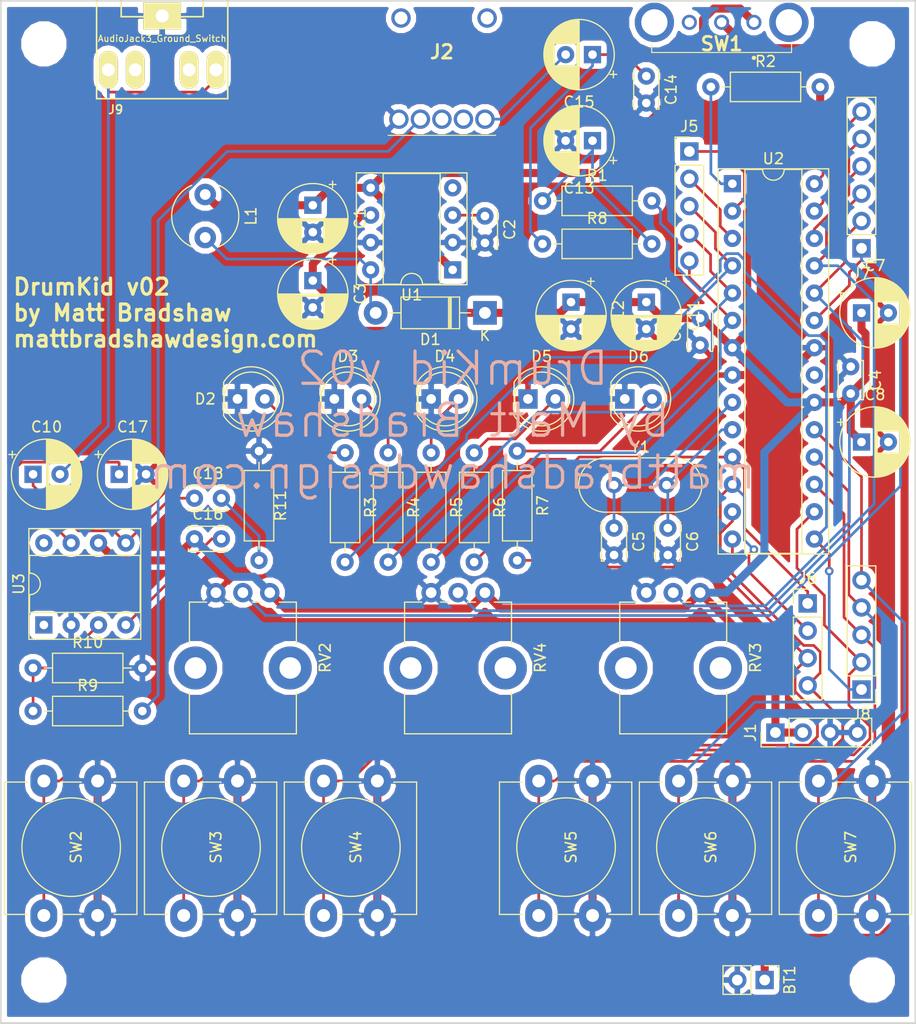
<source format=kicad_pcb>
(kicad_pcb (version 20171130) (host pcbnew "(5.0.1)-3")
  (layers (0 F.Cu signal hide) (31 B.Cu signal hide) (34 B.Paste user) (35 F.Paste user) (36 B.SilkS user) (37 F.SilkS user) (38 B.Mask user) (39 F.Mask user) (44 Edge.Cuts user))
  (net 0 "")
  (net 1 GND)
  (net 2 "Net-(J9-PadRN)")
  (net 3 "Net-(J9-PadTN)")
  (net 4 "Net-(BT1-Pad1)")
  (net 5 "Net-(SW1-Pad3)")
  (net 6 /DIGITAL_9)
  (net 7 +5V)
  (net 8 "Net-(R2-Pad1)")
  (net 9 "Net-(D2-Pad2)")
  (net 10 /DIGITAL_2)
  (net 11 /DIGITAL_3)
  (net 12 "Net-(D3-Pad2)")
  (net 13 "Net-(D4-Pad2)")
  (net 14 /DIGITAL_4)
  (net 15 /DIGITAL_6)
  (net 16 "Net-(D6-Pad2)")
  (net 17 "Net-(D5-Pad2)")
  (net 18 /DIGITAL_5)
  (net 19 /ANALOG_2)
  (net 20 /ANALOG_1)
  (net 21 /ANALOG_0)
  (net 22 /DIGITAL_0)
  (net 23 /DIGITAL_10)
  (net 24 /DIGITAL_1)
  (net 25 /DIGITAL_11)
  (net 26 /DIGITAL_12)
  (net 27 /DIGITAL_13)
  (net 28 "Net-(U2-Pad21)")
  (net 29 "Net-(C5-Pad1)")
  (net 30 "Net-(C6-Pad1)")
  (net 31 /ANALOG_3)
  (net 32 /DIGITAL_7)
  (net 33 /ANALOG_4)
  (net 34 /DIGITAL_8)
  (net 35 /ANALOG_5)
  (net 36 "Net-(C2-Pad1)")
  (net 37 "Net-(U1-Pad4)")
  (net 38 "Net-(D1-Pad2)")
  (net 39 "Net-(C10-Pad2)")
  (net 40 "Net-(U3-Pad1)")
  (net 41 "Net-(C10-Pad1)")
  (net 42 "Net-(U3-Pad8)")
  (net 43 "Net-(R10-Pad1)")
  (net 44 "Net-(C13-Pad1)")
  (net 45 "Net-(C14-Pad1)")
  (net 46 "Net-(C15-Pad2)")
  (net 47 "Net-(C18-Pad2)")
  (net 48 "Net-(C16-Pad2)")
  (net 49 /BAT_ON)
  (net 50 "Net-(C17-Pad1)")
  (net 51 "Net-(J2-Pad1)")
  (net 52 "Net-(J2-Pad2)")
  (net 53 "Net-(J2-Pad3)")
  (module MountingHole:MountingHole_3.2mm_M3 (layer F.Cu) (at 171 126)
    (fp_text reference REF** hide)
    (fp_text value MountingHole_3.2mm_M3)
    (pad 1 np_thru_hole circle (at 0 0) (size 3.2 3.2) (drill 3.2) (layers *.Cu *.Mask))
  )
  (module MountingHole:MountingHole_3.2mm_M3 (layer F.Cu) (at 171 39)
    (fp_text reference REF** hide)
    (fp_text value MountingHole_3.2mm_M3)
    (pad 1 np_thru_hole circle (at 0 0) (size 3.2 3.2) (drill 3.2) (layers *.Cu *.Mask))
  )
  (module MountingHole:MountingHole_3.2mm_M3 (layer F.Cu) (at 94 39)
    (fp_text reference REF** hide)
    (fp_text value MountingHole_3.2mm_M3)
    (pad 1 np_thru_hole circle (at 0 0) (size 3.2 3.2) (drill 3.2) (layers *.Cu *.Mask))
  )
  (module MountingHole:MountingHole_3.2mm_M3 (layer F.Cu) (at 94 126)
    (fp_text reference REF** hide)
    (fp_text value MountingHole_3.2mm_M3)
    (pad 1 np_thru_hole circle (at 0 0) (size 3.2 3.2) (drill 3.2) (layers *.Cu *.Mask))
  )
  (module SamacSys_Parts:RK14J12A0A0K (layer F.Cu) (at 131 46)
    (fp_text reference J2 (at 0 -6.25) (layer F.SilkS) (effects (font (size 1.27 1.27) (thickness 0.254))))
    (fp_text value Conn_01x05 hide)
    (pad 1 thru_hole circle (at 0 0) (size 1.8 1.8) (drill 1.2) (layers *.Cu *.Mask) (net 51 "Net-(J2-Pad1)"))
    (pad 2 thru_hole circle (at 2 0) (size 1.8 1.8) (drill 1.2) (layers *.Cu *.Mask) (net 52 "Net-(J2-Pad2)"))
    (pad 3 thru_hole circle (at -2 0) (size 1.8 1.8) (drill 1.2) (layers *.Cu *.Mask) (net 53 "Net-(J2-Pad3)"))
    (pad 4 thru_hole circle (at 4 0) (size 1.8 1.8) (drill 1.2) (layers *.Cu *.Mask) (net 46 "Net-(C15-Pad2)"))
    (pad 5 thru_hole circle (at -4 0) (size 1.8 1.8) (drill 1.2) (layers *.Cu *.Mask) (net 1 GND))
    (pad MH1 thru_hole circle (at -3.8 -9.4) (size 1.806 1.806) (drill 1.2042) (layers *.Cu *.Mask))
    (pad MH2 thru_hole circle (at 4.2 -9.4) (size 1.806 1.806) (drill 1.2042) (layers *.Cu *.Mask))
  )
  (module Button_Switch_THT:SW_PUSH-12mm_Wuerth-430476085716 (layer F.Cu) (at 166 120 90)
    (fp_text reference SW7 (at 6.35 3 90) (layer F.SilkS))
    (fp_text value SW_Push)
    (pad 1 thru_hole oval (at 12.5 0 90) (size 3 2.5) (drill 1.2) (layers *.Cu *.Mask) (net 27 /DIGITAL_13))
    (pad 2 thru_hole oval (at 12.5 5 90) (size 3 2.5) (drill 1.2) (layers *.Cu *.Mask) (net 1 GND))
    (pad 1 thru_hole oval (at 0 0 90) (size 3 2.5) (drill 1.2) (layers *.Cu *.Mask) (net 27 /DIGITAL_13))
    (pad 2 thru_hole oval (at 0 5 90) (size 3 2.5) (drill 1.2) (layers *.Cu *.Mask) (net 1 GND))
  )
  (module Connector_PinHeader_2.54mm:PinHeader_1x04_P2.54mm_Vertical (layer F.Cu) (at 162 103 90)
    (fp_text reference J1 (at 0 -2.33 90) (layer F.SilkS))
    (fp_text value Conn_01x04_Female)
    (pad 1 thru_hole rect (at 0 0 90) (size 1.7 1.7) (drill 1) (layers *.Cu *.Mask) (net 7 +5V))
    (pad 2 thru_hole oval (at 0 2.54 90) (size 1.7 1.7) (drill 1) (layers *.Cu *.Mask) (net 7 +5V))
    (pad 3 thru_hole oval (at 0 5.08 90) (size 1.7 1.7) (drill 1) (layers *.Cu *.Mask) (net 1 GND))
    (pad 4 thru_hole oval (at 0 7.62 90) (size 1.7 1.7) (drill 1) (layers *.Cu *.Mask) (net 1 GND))
  )
  (module Capacitor_THT:CP_Radial_D6.3mm_P2.50mm (layer F.Cu) (at 145 40 180)
    (fp_text reference C15 (at 1.25 -4.4 180) (layer F.SilkS))
    (fp_text value 10uF)
    (pad 1 thru_hole rect (at 0 0 180) (size 1.6 1.6) (drill 0.8) (layers *.Cu *.Mask) (net 45 "Net-(C14-Pad1)"))
    (pad 2 thru_hole circle (at 2.5 0 180) (size 1.6 1.6) (drill 0.8) (layers *.Cu *.Mask) (net 46 "Net-(C15-Pad2)"))
  )
  (module Capacitor_THT:CP_Radial_D6.3mm_P2.50mm (layer F.Cu) (at 145 48 180)
    (fp_text reference C13 (at 1.25 -4.4 180) (layer F.SilkS))
    (fp_text value 2.2uF)
    (pad 2 thru_hole circle (at 2.5 0 180) (size 1.6 1.6) (drill 0.8) (layers *.Cu *.Mask) (net 1 GND))
    (pad 1 thru_hole rect (at 0 0 180) (size 1.6 1.6) (drill 0.8) (layers *.Cu *.Mask) (net 44 "Net-(C13-Pad1)"))
  )
  (module Capacitor_THT:CP_Radial_D6.3mm_P2.50mm (layer F.Cu) (at 143 63 270)
    (fp_text reference C12 (at 1.25 -4.4 270) (layer F.SilkS))
    (fp_text value CP)
    (pad 1 thru_hole rect (at 0 0 270) (size 1.6 1.6) (drill 0.8) (layers *.Cu *.Mask) (net 7 +5V))
    (pad 2 thru_hole circle (at 2.5 0 270) (size 1.6 1.6) (drill 0.8) (layers *.Cu *.Mask) (net 1 GND))
  )
  (module Capacitor_THT:CP_Radial_D6.3mm_P2.50mm (layer F.Cu) (at 150 63 270)
    (fp_text reference C11 (at 1.25 -4.4 270) (layer F.SilkS))
    (fp_text value CP)
    (pad 2 thru_hole circle (at 2.5 0 270) (size 1.6 1.6) (drill 0.8) (layers *.Cu *.Mask) (net 1 GND))
    (pad 1 thru_hole rect (at 0 0 270) (size 1.6 1.6) (drill 0.8) (layers *.Cu *.Mask) (net 7 +5V))
  )
  (module Capacitor_THT:CP_Radial_D6.3mm_P2.50mm (layer F.Cu) (at 101 79)
    (fp_text reference C17 (at 1.25 -4.4) (layer F.SilkS))
    (fp_text value 10uF)
    (pad 1 thru_hole rect (at 0 0) (size 1.6 1.6) (drill 0.8) (layers *.Cu *.Mask) (net 50 "Net-(C17-Pad1)"))
    (pad 2 thru_hole circle (at 2.5 0) (size 1.6 1.6) (drill 0.8) (layers *.Cu *.Mask) (net 1 GND))
  )
  (module Capacitor_THT:C_Disc_D3.4mm_W2.1mm_P2.50mm (layer F.Cu) (at 108 85)
    (fp_text reference C16 (at 1.25 -2.3) (layer F.SilkS))
    (fp_text value 100nF)
    (pad 1 thru_hole circle (at 0 0) (size 1.6 1.6) (drill 0.8) (layers *.Cu *.Mask) (net 7 +5V))
    (pad 2 thru_hole circle (at 2.5 0) (size 1.6 1.6) (drill 0.8) (layers *.Cu *.Mask) (net 48 "Net-(C16-Pad2)"))
  )
  (module Capacitor_THT:C_Disc_D3.4mm_W2.1mm_P2.50mm (layer F.Cu) (at 108 81.225001)
    (fp_text reference C18 (at 1.25 -2.3) (layer F.SilkS))
    (fp_text value 100nF)
    (pad 2 thru_hole circle (at 2.5 0) (size 1.6 1.6) (drill 0.8) (layers *.Cu *.Mask) (net 47 "Net-(C18-Pad2)"))
    (pad 1 thru_hole circle (at 0 0) (size 1.6 1.6) (drill 0.8) (layers *.Cu *.Mask) (net 41 "Net-(C10-Pad1)"))
  )
  (module Capacitor_THT:C_Disc_D3.4mm_W2.1mm_P2.50mm (layer F.Cu) (at 150 42 270)
    (fp_text reference C14 (at 1.25 -2.3 270) (layer F.SilkS))
    (fp_text value 220nF)
    (pad 1 thru_hole circle (at 0 0 270) (size 1.6 1.6) (drill 0.8) (layers *.Cu *.Mask) (net 45 "Net-(C14-Pad1)"))
    (pad 2 thru_hole circle (at 2.5 0 270) (size 1.6 1.6) (drill 0.8) (layers *.Cu *.Mask) (net 1 GND))
  )
  (module Resistor_THT:R_Axial_DIN0207_L6.3mm_D2.5mm_P10.16mm_Horizontal (layer F.Cu) (at 114 87 90)
    (fp_text reference R11 (at 5.08 2 90) (layer F.SilkS))
    (fp_text value 10)
    (pad 1 thru_hole circle (at 0 0 90) (size 1.6 1.6) (drill 0.8) (layers *.Cu *.Mask) (net 47 "Net-(C18-Pad2)"))
    (pad 2 thru_hole oval (at 10.16 0 90) (size 1.6 1.6) (drill 0.8) (layers *.Cu *.Mask) (net 1 GND))
  )
  (module Capacitor_THT:CP_Radial_D6.3mm_P2.50mm (layer F.Cu) (at 93 79)
    (fp_text reference C10 (at 1.25 -4.4) (layer F.SilkS))
    (fp_text value 220uF)
    (pad 1 thru_hole rect (at 0 0) (size 1.6 1.6) (drill 0.8) (layers *.Cu *.Mask) (net 41 "Net-(C10-Pad1)"))
    (pad 2 thru_hole circle (at 2.5 0) (size 1.6 1.6) (drill 0.8) (layers *.Cu *.Mask) (net 39 "Net-(C10-Pad2)"))
  )
  (module Capacitor_THT:CP_Radial_D6.3mm_P2.50mm (layer F.Cu) (at 170 64)
    (fp_text reference C7 (at 1.25 -4.4) (layer F.SilkS))
    (fp_text value CP)
    (pad 2 thru_hole circle (at 2.5 0) (size 1.6 1.6) (drill 0.8) (layers *.Cu *.Mask) (net 1 GND))
    (pad 1 thru_hole rect (at 0 0) (size 1.6 1.6) (drill 0.8) (layers *.Cu *.Mask) (net 7 +5V))
  )
  (module Capacitor_THT:CP_Radial_D6.3mm_P2.50mm (layer F.Cu) (at 170 76)
    (fp_text reference C8 (at 1.25 -4.4) (layer F.SilkS))
    (fp_text value CP)
    (pad 1 thru_hole rect (at 0 0) (size 1.6 1.6) (drill 0.8) (layers *.Cu *.Mask) (net 7 +5V))
    (pad 2 thru_hole circle (at 2.5 0) (size 1.6 1.6) (drill 0.8) (layers *.Cu *.Mask) (net 1 GND))
  )
  (module Capacitor_THT:C_Disc_D3.4mm_W2.1mm_P2.50mm (layer F.Cu) (at 155 67 90)
    (fp_text reference C9 (at 1.25 -2.3 90) (layer F.SilkS))
    (fp_text value C)
    (pad 1 thru_hole circle (at 0 0 90) (size 1.6 1.6) (drill 0.8) (layers *.Cu *.Mask) (net 1 GND))
    (pad 2 thru_hole circle (at 2.5 0 90) (size 1.6 1.6) (drill 0.8) (layers *.Cu *.Mask) (net 7 +5V))
  )
  (module Package_DIP:DIP-8_W7.62mm_Socket (layer F.Cu) (at 94 93 90)
    (fp_text reference U3 (at 3.81 -2.33 90) (layer F.SilkS))
    (fp_text value LM386)
    (pad 1 thru_hole rect (at 0 0 90) (size 1.6 1.6) (drill 0.8) (layers *.Cu *.Mask) (net 40 "Net-(U3-Pad1)"))
    (pad 5 thru_hole oval (at 7.62 7.62 90) (size 1.6 1.6) (drill 0.8) (layers *.Cu *.Mask) (net 41 "Net-(C10-Pad1)"))
    (pad 2 thru_hole oval (at 0 2.54 90) (size 1.6 1.6) (drill 0.8) (layers *.Cu *.Mask) (net 1 GND))
    (pad 6 thru_hole oval (at 7.62 5.08 90) (size 1.6 1.6) (drill 0.8) (layers *.Cu *.Mask) (net 7 +5V))
    (pad 3 thru_hole oval (at 0 5.08 90) (size 1.6 1.6) (drill 0.8) (layers *.Cu *.Mask) (net 43 "Net-(R10-Pad1)"))
    (pad 7 thru_hole oval (at 7.62 2.54 90) (size 1.6 1.6) (drill 0.8) (layers *.Cu *.Mask) (net 50 "Net-(C17-Pad1)"))
    (pad 4 thru_hole oval (at 0 7.62 90) (size 1.6 1.6) (drill 0.8) (layers *.Cu *.Mask) (net 48 "Net-(C16-Pad2)"))
    (pad 8 thru_hole oval (at 7.62 0 90) (size 1.6 1.6) (drill 0.8) (layers *.Cu *.Mask) (net 42 "Net-(U3-Pad8)"))
  )
  (module Resistor_THT:R_Axial_DIN0207_L6.3mm_D2.5mm_P10.16mm_Horizontal (layer F.Cu) (at 93 97)
    (fp_text reference R10 (at 5.08 -2.37) (layer F.SilkS))
    (fp_text value 1k)
    (pad 1 thru_hole circle (at 0 0) (size 1.6 1.6) (drill 0.8) (layers *.Cu *.Mask) (net 43 "Net-(R10-Pad1)"))
    (pad 2 thru_hole oval (at 10.16 0) (size 1.6 1.6) (drill 0.8) (layers *.Cu *.Mask) (net 1 GND))
  )
  (module Resistor_THT:R_Axial_DIN0207_L6.3mm_D2.5mm_P10.16mm_Horizontal (layer F.Cu) (at 140.351849 57.589377)
    (fp_text reference R8 (at 5.08 -2.37) (layer F.SilkS))
    (fp_text value 470)
    (pad 2 thru_hole oval (at 10.16 0) (size 1.6 1.6) (drill 0.8) (layers *.Cu *.Mask) (net 44 "Net-(C13-Pad1)"))
    (pad 1 thru_hole circle (at 0 0) (size 1.6 1.6) (drill 0.8) (layers *.Cu *.Mask) (net 45 "Net-(C14-Pad1)"))
  )
  (module Resistor_THT:R_Axial_DIN0207_L6.3mm_D2.5mm_P10.16mm_Horizontal (layer F.Cu) (at 93 101)
    (fp_text reference R9 (at 5.08 -2.37) (layer F.SilkS))
    (fp_text value 10k)
    (pad 1 thru_hole circle (at 0 0) (size 1.6 1.6) (drill 0.8) (layers *.Cu *.Mask) (net 43 "Net-(R10-Pad1)"))
    (pad 2 thru_hole oval (at 10.16 0) (size 1.6 1.6) (drill 0.8) (layers *.Cu *.Mask) (net 53 "Net-(J2-Pad3)"))
  )
  (module Package_DIP:DIP-28_W7.62mm_Socket (layer F.Cu) (at 158 52)
    (fp_text reference U2 (at 3.81 -2.33) (layer F.SilkS))
    (fp_text value ATmega328P-PU)
    (pad 1 thru_hole rect (at 0 0) (size 1.6 1.6) (drill 0.8) (layers *.Cu *.Mask) (net 8 "Net-(R2-Pad1)"))
    (pad 15 thru_hole oval (at 7.62 33.02) (size 1.6 1.6) (drill 0.8) (layers *.Cu *.Mask) (net 6 /DIGITAL_9))
    (pad 2 thru_hole oval (at 0 2.54) (size 1.6 1.6) (drill 0.8) (layers *.Cu *.Mask) (net 22 /DIGITAL_0))
    (pad 16 thru_hole oval (at 7.62 30.48) (size 1.6 1.6) (drill 0.8) (layers *.Cu *.Mask) (net 23 /DIGITAL_10))
    (pad 3 thru_hole oval (at 0 5.08) (size 1.6 1.6) (drill 0.8) (layers *.Cu *.Mask) (net 24 /DIGITAL_1))
    (pad 17 thru_hole oval (at 7.62 27.94) (size 1.6 1.6) (drill 0.8) (layers *.Cu *.Mask) (net 25 /DIGITAL_11))
    (pad 4 thru_hole oval (at 0 7.62) (size 1.6 1.6) (drill 0.8) (layers *.Cu *.Mask) (net 10 /DIGITAL_2))
    (pad 18 thru_hole oval (at 7.62 25.4) (size 1.6 1.6) (drill 0.8) (layers *.Cu *.Mask) (net 26 /DIGITAL_12))
    (pad 5 thru_hole oval (at 0 10.16) (size 1.6 1.6) (drill 0.8) (layers *.Cu *.Mask) (net 11 /DIGITAL_3))
    (pad 19 thru_hole oval (at 7.62 22.86) (size 1.6 1.6) (drill 0.8) (layers *.Cu *.Mask) (net 27 /DIGITAL_13))
    (pad 6 thru_hole oval (at 0 12.7) (size 1.6 1.6) (drill 0.8) (layers *.Cu *.Mask) (net 14 /DIGITAL_4))
    (pad 20 thru_hole oval (at 7.62 20.32) (size 1.6 1.6) (drill 0.8) (layers *.Cu *.Mask) (net 7 +5V))
    (pad 7 thru_hole oval (at 0 15.24) (size 1.6 1.6) (drill 0.8) (layers *.Cu *.Mask) (net 7 +5V))
    (pad 21 thru_hole oval (at 7.62 17.78) (size 1.6 1.6) (drill 0.8) (layers *.Cu *.Mask) (net 28 "Net-(U2-Pad21)"))
    (pad 8 thru_hole oval (at 0 17.78) (size 1.6 1.6) (drill 0.8) (layers *.Cu *.Mask) (net 1 GND))
    (pad 22 thru_hole oval (at 7.62 15.24) (size 1.6 1.6) (drill 0.8) (layers *.Cu *.Mask) (net 1 GND))
    (pad 9 thru_hole oval (at 0 20.32) (size 1.6 1.6) (drill 0.8) (layers *.Cu *.Mask) (net 29 "Net-(C5-Pad1)"))
    (pad 23 thru_hole oval (at 7.62 12.7) (size 1.6 1.6) (drill 0.8) (layers *.Cu *.Mask) (net 21 /ANALOG_0))
    (pad 10 thru_hole oval (at 0 22.86) (size 1.6 1.6) (drill 0.8) (layers *.Cu *.Mask) (net 30 "Net-(C6-Pad1)"))
    (pad 24 thru_hole oval (at 7.62 10.16) (size 1.6 1.6) (drill 0.8) (layers *.Cu *.Mask) (net 20 /ANALOG_1))
    (pad 11 thru_hole oval (at 0 25.4) (size 1.6 1.6) (drill 0.8) (layers *.Cu *.Mask) (net 18 /DIGITAL_5))
    (pad 25 thru_hole oval (at 7.62 7.62) (size 1.6 1.6) (drill 0.8) (layers *.Cu *.Mask) (net 19 /ANALOG_2))
    (pad 12 thru_hole oval (at 0 27.94) (size 1.6 1.6) (drill 0.8) (layers *.Cu *.Mask) (net 15 /DIGITAL_6))
    (pad 26 thru_hole oval (at 7.62 5.08) (size 1.6 1.6) (drill 0.8) (layers *.Cu *.Mask) (net 31 /ANALOG_3))
    (pad 13 thru_hole oval (at 0 30.48) (size 1.6 1.6) (drill 0.8) (layers *.Cu *.Mask) (net 32 /DIGITAL_7))
    (pad 27 thru_hole oval (at 7.62 2.54) (size 1.6 1.6) (drill 0.8) (layers *.Cu *.Mask) (net 33 /ANALOG_4))
    (pad 14 thru_hole oval (at 0 33.02) (size 1.6 1.6) (drill 0.8) (layers *.Cu *.Mask) (net 34 /DIGITAL_8))
    (pad 28 thru_hole oval (at 7.62 0) (size 1.6 1.6) (drill 0.8) (layers *.Cu *.Mask) (net 35 /ANALOG_5))
  )
  (module Package_DIP:DIP-8_W7.62mm_Socket (layer F.Cu) (at 132 60 180)
    (fp_text reference U1 (at 3.81 -2.33 180) (layer F.SilkS))
    (fp_text value MAX756)
    (pad 1 thru_hole rect (at 0 0 180) (size 1.6 1.6) (drill 0.8) (layers *.Cu *.Mask) (net 49 /BAT_ON))
    (pad 5 thru_hole oval (at 7.62 7.62 180) (size 1.6 1.6) (drill 0.8) (layers *.Cu *.Mask) (net 49 /BAT_ON))
    (pad 2 thru_hole oval (at 0 2.54 180) (size 1.6 1.6) (drill 0.8) (layers *.Cu *.Mask) (net 1 GND))
    (pad 6 thru_hole oval (at 7.62 5.08 180) (size 1.6 1.6) (drill 0.8) (layers *.Cu *.Mask) (net 7 +5V))
    (pad 3 thru_hole oval (at 0 5.08 180) (size 1.6 1.6) (drill 0.8) (layers *.Cu *.Mask) (net 36 "Net-(C2-Pad1)"))
    (pad 7 thru_hole oval (at 7.62 2.54 180) (size 1.6 1.6) (drill 0.8) (layers *.Cu *.Mask) (net 1 GND))
    (pad 4 thru_hole oval (at 0 7.62 180) (size 1.6 1.6) (drill 0.8) (layers *.Cu *.Mask) (net 37 "Net-(U1-Pad4)"))
    (pad 8 thru_hole oval (at 7.62 0 180) (size 1.6 1.6) (drill 0.8) (layers *.Cu *.Mask) (net 38 "Net-(D1-Pad2)"))
  )
  (module Button_Switch_THT:SW_PUSH-12mm_Wuerth-430476085716 (layer F.Cu) (at 153 120 90)
    (fp_text reference SW6 (at 6.35 3 90) (layer F.SilkS))
    (fp_text value SW_Push)
    (pad 1 thru_hole oval (at 12.5 0 90) (size 3 2.5) (drill 1.2) (layers *.Cu *.Mask) (net 26 /DIGITAL_12))
    (pad 2 thru_hole oval (at 12.5 5 90) (size 3 2.5) (drill 1.2) (layers *.Cu *.Mask) (net 1 GND))
    (pad 1 thru_hole oval (at 0 0 90) (size 3 2.5) (drill 1.2) (layers *.Cu *.Mask) (net 26 /DIGITAL_12))
    (pad 2 thru_hole oval (at 0 5 90) (size 3 2.5) (drill 1.2) (layers *.Cu *.Mask) (net 1 GND))
  )
  (module Button_Switch_THT:SW_PUSH-12mm_Wuerth-430476085716 (layer F.Cu) (at 140 120 90)
    (fp_text reference SW5 (at 6.35 3 90) (layer F.SilkS))
    (fp_text value SW_Push)
    (pad 2 thru_hole oval (at 0 5 90) (size 3 2.5) (drill 1.2) (layers *.Cu *.Mask) (net 1 GND))
    (pad 1 thru_hole oval (at 0 0 90) (size 3 2.5) (drill 1.2) (layers *.Cu *.Mask) (net 25 /DIGITAL_11))
    (pad 2 thru_hole oval (at 12.5 5 90) (size 3 2.5) (drill 1.2) (layers *.Cu *.Mask) (net 1 GND))
    (pad 1 thru_hole oval (at 12.5 0 90) (size 3 2.5) (drill 1.2) (layers *.Cu *.Mask) (net 25 /DIGITAL_11))
  )
  (module Button_Switch_THT:SW_PUSH-12mm_Wuerth-430476085716 (layer F.Cu) (at 120 120 90)
    (fp_text reference SW4 (at 6.35 3 90) (layer F.SilkS))
    (fp_text value SW_Push)
    (pad 1 thru_hole oval (at 12.5 0 90) (size 3 2.5) (drill 1.2) (layers *.Cu *.Mask) (net 23 /DIGITAL_10))
    (pad 2 thru_hole oval (at 12.5 5 90) (size 3 2.5) (drill 1.2) (layers *.Cu *.Mask) (net 1 GND))
    (pad 1 thru_hole oval (at 0 0 90) (size 3 2.5) (drill 1.2) (layers *.Cu *.Mask) (net 23 /DIGITAL_10))
    (pad 2 thru_hole oval (at 0 5 90) (size 3 2.5) (drill 1.2) (layers *.Cu *.Mask) (net 1 GND))
  )
  (module Button_Switch_THT:SW_PUSH-12mm_Wuerth-430476085716 (layer F.Cu) (at 107 120 90)
    (fp_text reference SW3 (at 6.35 3 90) (layer F.SilkS))
    (fp_text value SW_Push)
    (pad 2 thru_hole oval (at 0 5 90) (size 3 2.5) (drill 1.2) (layers *.Cu *.Mask) (net 1 GND))
    (pad 1 thru_hole oval (at 0 0 90) (size 3 2.5) (drill 1.2) (layers *.Cu *.Mask) (net 34 /DIGITAL_8))
    (pad 2 thru_hole oval (at 12.5 5 90) (size 3 2.5) (drill 1.2) (layers *.Cu *.Mask) (net 1 GND))
    (pad 1 thru_hole oval (at 12.5 0 90) (size 3 2.5) (drill 1.2) (layers *.Cu *.Mask) (net 34 /DIGITAL_8))
  )
  (module Button_Switch_THT:SW_PUSH-12mm_Wuerth-430476085716 (layer F.Cu) (at 94 120 90)
    (fp_text reference SW2 (at 6.35 3 90) (layer F.SilkS))
    (fp_text value SW_Push)
    (pad 1 thru_hole oval (at 12.5 0 90) (size 3 2.5) (drill 1.2) (layers *.Cu *.Mask) (net 32 /DIGITAL_7))
    (pad 2 thru_hole oval (at 12.5 5 90) (size 3 2.5) (drill 1.2) (layers *.Cu *.Mask) (net 1 GND))
    (pad 1 thru_hole oval (at 0 0 90) (size 3 2.5) (drill 1.2) (layers *.Cu *.Mask) (net 32 /DIGITAL_7))
    (pad 2 thru_hole oval (at 0 5 90) (size 3 2.5) (drill 1.2) (layers *.Cu *.Mask) (net 1 GND))
  )
  (module Capacitor_THT:CP_Radial_D6.3mm_P2.50mm (layer F.Cu) (at 119 54 270)
    (fp_text reference C1 (at 1.25 -4.4 270) (layer F.SilkS))
    (fp_text value 150uF)
    (pad 2 thru_hole circle (at 2.5 0 270) (size 1.6 1.6) (drill 0.8) (layers *.Cu *.Mask) (net 1 GND))
    (pad 1 thru_hole rect (at 0 0 270) (size 1.6 1.6) (drill 0.8) (layers *.Cu *.Mask) (net 49 /BAT_ON))
  )
  (module Capacitor_THT:CP_Radial_D6.3mm_P2.50mm (layer F.Cu) (at 119 61 270)
    (fp_text reference C3 (at 1.25 -4.4 270) (layer F.SilkS))
    (fp_text value 100uF)
    (pad 1 thru_hole rect (at 0 0 270) (size 1.6 1.6) (drill 0.8) (layers *.Cu *.Mask) (net 7 +5V))
    (pad 2 thru_hole circle (at 2.5 0 270) (size 1.6 1.6) (drill 0.8) (layers *.Cu *.Mask) (net 1 GND))
  )
  (module Capacitor_THT:C_Disc_D3.4mm_W2.1mm_P2.50mm (layer F.Cu) (at 152 84 270)
    (fp_text reference C6 (at 1.25 -2.3 270) (layer F.SilkS))
    (fp_text value 10uF)
    (pad 2 thru_hole circle (at 2.5 0 270) (size 1.6 1.6) (drill 0.8) (layers *.Cu *.Mask) (net 1 GND))
    (pad 1 thru_hole circle (at 0 0 270) (size 1.6 1.6) (drill 0.8) (layers *.Cu *.Mask) (net 30 "Net-(C6-Pad1)"))
  )
  (module Capacitor_THT:C_Disc_D3.4mm_W2.1mm_P2.50mm (layer F.Cu) (at 135 55 270)
    (fp_text reference C2 (at 1.25 -2.3 270) (layer F.SilkS))
    (fp_text value 0.1uF)
    (pad 1 thru_hole circle (at 0 0 270) (size 1.6 1.6) (drill 0.8) (layers *.Cu *.Mask) (net 36 "Net-(C2-Pad1)"))
    (pad 2 thru_hole circle (at 2.5 0 270) (size 1.6 1.6) (drill 0.8) (layers *.Cu *.Mask) (net 1 GND))
  )
  (module Capacitor_THT:C_Disc_D3.4mm_W2.1mm_P2.50mm (layer F.Cu) (at 169 69 270)
    (fp_text reference C4 (at 1.25 -2.3 270) (layer F.SilkS))
    (fp_text value C)
    (pad 2 thru_hole circle (at 2.5 0 270) (size 1.6 1.6) (drill 0.8) (layers *.Cu *.Mask) (net 7 +5V))
    (pad 1 thru_hole circle (at 0 0 270) (size 1.6 1.6) (drill 0.8) (layers *.Cu *.Mask) (net 1 GND))
  )
  (module Capacitor_THT:C_Disc_D3.4mm_W2.1mm_P2.50mm (layer F.Cu) (at 147 84 270)
    (fp_text reference C5 (at 1.25 -2.3 270) (layer F.SilkS))
    (fp_text value 10uF)
    (pad 1 thru_hole circle (at 0 0 270) (size 1.6 1.6) (drill 0.8) (layers *.Cu *.Mask) (net 29 "Net-(C5-Pad1)"))
    (pad 2 thru_hole circle (at 2.5 0 270) (size 1.6 1.6) (drill 0.8) (layers *.Cu *.Mask) (net 1 GND))
  )
  (module Connector_PinHeader_2.54mm:PinHeader_1x02_P2.54mm_Vertical (layer F.Cu) (at 161 126 270)
    (fp_text reference BT1 (at 0 -2.33 270) (layer F.SilkS))
    (fp_text value Battery)
    (pad 1 thru_hole rect (at 0 0 270) (size 1.7 1.7) (drill 1) (layers *.Cu *.Mask) (net 4 "Net-(BT1-Pad1)"))
    (pad 2 thru_hole oval (at 0 2.54 270) (size 1.7 1.7) (drill 1) (layers *.Cu *.Mask) (net 1 GND))
  )
  (module Connector_PinHeader_2.54mm:PinHeader_1x04_P2.54mm_Vertical (layer F.Cu) (at 165 91)
    (fp_text reference J6 (at 0 -2.33) (layer F.SilkS))
    (fp_text value Conn_01x04_Female)
    (pad 1 thru_hole rect (at 0 0) (size 1.7 1.7) (drill 1) (layers *.Cu *.Mask) (net 18 /DIGITAL_5))
    (pad 2 thru_hole oval (at 0 2.54) (size 1.7 1.7) (drill 1) (layers *.Cu *.Mask) (net 15 /DIGITAL_6))
    (pad 3 thru_hole oval (at 0 5.08) (size 1.7 1.7) (drill 1) (layers *.Cu *.Mask) (net 32 /DIGITAL_7))
    (pad 4 thru_hole oval (at 0 7.62) (size 1.7 1.7) (drill 1) (layers *.Cu *.Mask) (net 34 /DIGITAL_8))
  )
  (module Connector_PinHeader_2.54mm:PinHeader_1x05_P2.54mm_Vertical (layer F.Cu) (at 170 99 180)
    (fp_text reference J8 (at 0 -2.33 180) (layer F.SilkS))
    (fp_text value Conn_01x05_Female)
    (pad 5 thru_hole oval (at 0 10.16 180) (size 1.7 1.7) (drill 1) (layers *.Cu *.Mask) (net 27 /DIGITAL_13))
    (pad 4 thru_hole oval (at 0 7.62 180) (size 1.7 1.7) (drill 1) (layers *.Cu *.Mask) (net 26 /DIGITAL_12))
    (pad 3 thru_hole oval (at 0 5.08 180) (size 1.7 1.7) (drill 1) (layers *.Cu *.Mask) (net 25 /DIGITAL_11))
    (pad 2 thru_hole oval (at 0 2.54 180) (size 1.7 1.7) (drill 1) (layers *.Cu *.Mask) (net 23 /DIGITAL_10))
    (pad 1 thru_hole rect (at 0 0 180) (size 1.7 1.7) (drill 1) (layers *.Cu *.Mask) (net 6 /DIGITAL_9))
  )
  (module Connector_PinHeader_2.54mm:PinHeader_1x05_P2.54mm_Vertical (layer F.Cu) (at 154 49)
    (fp_text reference J5 (at 0 -2.33) (layer F.SilkS))
    (fp_text value Conn_01x05_Female)
    (pad 1 thru_hole rect (at 0 0) (size 1.7 1.7) (drill 1) (layers *.Cu *.Mask) (net 22 /DIGITAL_0))
    (pad 2 thru_hole oval (at 0 2.54) (size 1.7 1.7) (drill 1) (layers *.Cu *.Mask) (net 24 /DIGITAL_1))
    (pad 3 thru_hole oval (at 0 5.08) (size 1.7 1.7) (drill 1) (layers *.Cu *.Mask) (net 10 /DIGITAL_2))
    (pad 4 thru_hole oval (at 0 7.62) (size 1.7 1.7) (drill 1) (layers *.Cu *.Mask) (net 11 /DIGITAL_3))
    (pad 5 thru_hole oval (at 0 10.16) (size 1.7 1.7) (drill 1) (layers *.Cu *.Mask) (net 14 /DIGITAL_4))
  )
  (module Connector_PinHeader_2.54mm:PinHeader_1x06_P2.54mm_Vertical (layer F.Cu) (at 170 58 180)
    (fp_text reference J7 (at 0 -2.33 180) (layer F.SilkS))
    (fp_text value Conn_01x06_Female)
    (pad 1 thru_hole rect (at 0 0 180) (size 1.7 1.7) (drill 1) (layers *.Cu *.Mask) (net 21 /ANALOG_0))
    (pad 2 thru_hole oval (at 0 2.54 180) (size 1.7 1.7) (drill 1) (layers *.Cu *.Mask) (net 20 /ANALOG_1))
    (pad 3 thru_hole oval (at 0 5.08 180) (size 1.7 1.7) (drill 1) (layers *.Cu *.Mask) (net 19 /ANALOG_2))
    (pad 4 thru_hole oval (at 0 7.62 180) (size 1.7 1.7) (drill 1) (layers *.Cu *.Mask) (net 31 /ANALOG_3))
    (pad 5 thru_hole oval (at 0 10.16 180) (size 1.7 1.7) (drill 1) (layers *.Cu *.Mask) (net 33 /ANALOG_4))
    (pad 6 thru_hole oval (at 0 12.7 180) (size 1.7 1.7) (drill 1) (layers *.Cu *.Mask) (net 35 /ANALOG_5))
  )
  (module Crystal:Crystal_HC49-4H_Vertical (layer F.Cu) (at 147 80)
    (fp_text reference Y1 (at 2.44 -3.525) (layer F.SilkS))
    (fp_text value Crystal)
    (pad 1 thru_hole circle (at 0 0) (size 1.5 1.5) (drill 0.8) (layers *.Cu *.Mask) (net 29 "Net-(C5-Pad1)"))
    (pad 2 thru_hole circle (at 4.88 0) (size 1.5 1.5) (drill 0.8) (layers *.Cu *.Mask) (net 30 "Net-(C6-Pad1)"))
  )
  (module Diode_THT:D_DO-41_SOD81_P10.16mm_Horizontal (layer F.Cu) (at 135 64 180)
    (fp_text reference D1 (at 5.08 -2.47 180) (layer F.SilkS))
    (fp_text value 1N5817)
    (fp_text user K (at 0 -2.1 180) (layer F.SilkS))
    (pad 1 thru_hole rect (at 0 0 180) (size 2.2 2.2) (drill 1.1) (layers *.Cu *.Mask) (net 7 +5V))
    (pad 2 thru_hole oval (at 10.16 0 180) (size 2.2 2.2) (drill 1.1) (layers *.Cu *.Mask) (net 38 "Net-(D1-Pad2)"))
  )
  (module Inductor_THT:L_Radial_D6.0mm_P4.00mm (layer F.Cu) (at 109 53 270)
    (fp_text reference L1 (at 2 -4.25 270) (layer F.SilkS))
    (fp_text value L)
    (pad 1 thru_hole circle (at 0 0 270) (size 2 2) (drill 1) (layers *.Cu *.Mask) (net 49 /BAT_ON))
    (pad 2 thru_hole circle (at 4 0 270) (size 2 2) (drill 1) (layers *.Cu *.Mask) (net 38 "Net-(D1-Pad2)"))
  )
  (module LED_THT:LED_D5.0mm (layer F.Cu) (at 112 72)
    (fp_text reference D2 (at -3 0) (layer F.SilkS))
    (fp_text value LED)
    (pad 1 thru_hole rect (at 0 0) (size 1.8 1.8) (drill 0.9) (layers *.Cu *.Mask) (net 1 GND))
    (pad 2 thru_hole circle (at 2.54 0) (size 1.8 1.8) (drill 0.9) (layers *.Cu *.Mask) (net 9 "Net-(D2-Pad2)"))
  )
  (module LED_THT:LED_D5.0mm (layer F.Cu) (at 121 72)
    (fp_text reference D3 (at 1.27 -3.96) (layer F.SilkS))
    (fp_text value LED)
    (pad 2 thru_hole circle (at 2.54 0) (size 1.8 1.8) (drill 0.9) (layers *.Cu *.Mask) (net 12 "Net-(D3-Pad2)"))
    (pad 1 thru_hole rect (at 0 0) (size 1.8 1.8) (drill 0.9) (layers *.Cu *.Mask) (net 1 GND))
  )
  (module LED_THT:LED_D5.0mm (layer F.Cu) (at 130 72)
    (fp_text reference D4 (at 1.27 -3.96) (layer F.SilkS))
    (fp_text value LED)
    (pad 1 thru_hole rect (at 0 0) (size 1.8 1.8) (drill 0.9) (layers *.Cu *.Mask) (net 1 GND))
    (pad 2 thru_hole circle (at 2.54 0) (size 1.8 1.8) (drill 0.9) (layers *.Cu *.Mask) (net 13 "Net-(D4-Pad2)"))
  )
  (module LED_THT:LED_D5.0mm (layer F.Cu) (at 148 72)
    (fp_text reference D6 (at 1.27 -3.96) (layer F.SilkS))
    (fp_text value LED)
    (pad 2 thru_hole circle (at 2.54 0) (size 1.8 1.8) (drill 0.9) (layers *.Cu *.Mask) (net 16 "Net-(D6-Pad2)"))
    (pad 1 thru_hole rect (at 0 0) (size 1.8 1.8) (drill 0.9) (layers *.Cu *.Mask) (net 1 GND))
  )
  (module LED_THT:LED_D5.0mm (layer F.Cu) (at 139 72)
    (fp_text reference D5 (at 1.27 -3.96) (layer F.SilkS))
    (fp_text value LED)
    (pad 1 thru_hole rect (at 0 0) (size 1.8 1.8) (drill 0.9) (layers *.Cu *.Mask) (net 1 GND))
    (pad 2 thru_hole circle (at 2.54 0) (size 1.8 1.8) (drill 0.9) (layers *.Cu *.Mask) (net 17 "Net-(D5-Pad2)"))
  )
  (module Potentiometer_THT:Potentiometer_Bourns_PTV09A-1_Single_Vertical (layer F.Cu) (at 110 90 270)
    (fp_text reference RV2 (at 6.05 -10.15 270) (layer F.SilkS))
    (fp_text value R_POT)
    (pad 3 thru_hole circle (at 0 -5 270) (size 1.8 1.8) (drill 1) (layers *.Cu *.Mask) (net 7 +5V))
    (pad 2 thru_hole circle (at 0 -2.5 270) (size 1.8 1.8) (drill 1) (layers *.Cu *.Mask) (net 21 /ANALOG_0))
    (pad 1 thru_hole circle (at 0 0 270) (size 1.8 1.8) (drill 1) (layers *.Cu *.Mask) (net 1 GND))
    (pad "" np_thru_hole circle (at 7 -6.9 270) (size 4 4) (drill 2) (layers *.Cu *.Mask))
    (pad "" np_thru_hole circle (at 7 1.9 270) (size 4 4) (drill 2) (layers *.Cu *.Mask))
  )
  (module Potentiometer_THT:Potentiometer_Bourns_PTV09A-1_Single_Vertical (layer F.Cu) (at 150 90 270)
    (fp_text reference RV3 (at 6.05 -10.15 270) (layer F.SilkS))
    (fp_text value R_POT)
    (pad "" np_thru_hole circle (at 7 1.9 270) (size 4 4) (drill 2) (layers *.Cu *.Mask))
    (pad "" np_thru_hole circle (at 7 -6.9 270) (size 4 4) (drill 2) (layers *.Cu *.Mask))
    (pad 1 thru_hole circle (at 0 0 270) (size 1.8 1.8) (drill 1) (layers *.Cu *.Mask) (net 1 GND))
    (pad 2 thru_hole circle (at 0 -2.5 270) (size 1.8 1.8) (drill 1) (layers *.Cu *.Mask) (net 20 /ANALOG_1))
    (pad 3 thru_hole circle (at 0 -5 270) (size 1.8 1.8) (drill 1) (layers *.Cu *.Mask) (net 7 +5V))
  )
  (module Potentiometer_THT:Potentiometer_Bourns_PTV09A-1_Single_Vertical (layer F.Cu) (at 130 90 270)
    (fp_text reference RV4 (at 6.05 -10.15 270) (layer F.SilkS))
    (fp_text value R_POT)
    (pad 3 thru_hole circle (at 0 -5 270) (size 1.8 1.8) (drill 1) (layers *.Cu *.Mask) (net 7 +5V))
    (pad 2 thru_hole circle (at 0 -2.5 270) (size 1.8 1.8) (drill 1) (layers *.Cu *.Mask) (net 19 /ANALOG_2))
    (pad 1 thru_hole circle (at 0 0 270) (size 1.8 1.8) (drill 1) (layers *.Cu *.Mask) (net 1 GND))
    (pad "" np_thru_hole circle (at 7 -6.9 270) (size 4 4) (drill 2) (layers *.Cu *.Mask))
    (pad "" np_thru_hole circle (at 7 1.9 270) (size 4 4) (drill 2) (layers *.Cu *.Mask))
  )
  (module Resistor_THT:R_Axial_DIN0207_L6.3mm_D2.5mm_P10.16mm_Horizontal (layer F.Cu) (at 134 77 270)
    (fp_text reference R6 (at 5.08 -2.37 270) (layer F.SilkS))
    (fp_text value 220)
    (pad 1 thru_hole circle (at 0 0 270) (size 1.6 1.6) (drill 0.8) (layers *.Cu *.Mask) (net 17 "Net-(D5-Pad2)"))
    (pad 2 thru_hole oval (at 10.16 0 270) (size 1.6 1.6) (drill 0.8) (layers *.Cu *.Mask) (net 18 /DIGITAL_5))
  )
  (module Resistor_THT:R_Axial_DIN0207_L6.3mm_D2.5mm_P10.16mm_Horizontal (layer F.Cu) (at 138 76.84 270)
    (fp_text reference R7 (at 5.08 -2.37 270) (layer F.SilkS))
    (fp_text value 220)
    (pad 2 thru_hole oval (at 10.16 0 270) (size 1.6 1.6) (drill 0.8) (layers *.Cu *.Mask) (net 15 /DIGITAL_6))
    (pad 1 thru_hole circle (at 0 0 270) (size 1.6 1.6) (drill 0.8) (layers *.Cu *.Mask) (net 16 "Net-(D6-Pad2)"))
  )
  (module Resistor_THT:R_Axial_DIN0207_L6.3mm_D2.5mm_P10.16mm_Horizontal (layer F.Cu) (at 130 77 270)
    (fp_text reference R5 (at 5.08 -2.37 270) (layer F.SilkS))
    (fp_text value 220)
    (pad 1 thru_hole circle (at 0 0 270) (size 1.6 1.6) (drill 0.8) (layers *.Cu *.Mask) (net 13 "Net-(D4-Pad2)"))
    (pad 2 thru_hole oval (at 10.16 0 270) (size 1.6 1.6) (drill 0.8) (layers *.Cu *.Mask) (net 14 /DIGITAL_4))
  )
  (module Resistor_THT:R_Axial_DIN0207_L6.3mm_D2.5mm_P10.16mm_Horizontal (layer F.Cu) (at 126 77 270)
    (fp_text reference R4 (at 5.08 -2.37 270) (layer F.SilkS))
    (fp_text value 220)
    (pad 2 thru_hole oval (at 10.16 0 270) (size 1.6 1.6) (drill 0.8) (layers *.Cu *.Mask) (net 11 /DIGITAL_3))
    (pad 1 thru_hole circle (at 0 0 270) (size 1.6 1.6) (drill 0.8) (layers *.Cu *.Mask) (net 12 "Net-(D3-Pad2)"))
  )
  (module Resistor_THT:R_Axial_DIN0207_L6.3mm_D2.5mm_P10.16mm_Horizontal (layer F.Cu) (at 122 77 270)
    (fp_text reference R3 (at 5.08 -2.37 270) (layer F.SilkS))
    (fp_text value 220)
    (pad 1 thru_hole circle (at 0 0 270) (size 1.6 1.6) (drill 0.8) (layers *.Cu *.Mask) (net 9 "Net-(D2-Pad2)"))
    (pad 2 thru_hole oval (at 10.16 0 270) (size 1.6 1.6) (drill 0.8) (layers *.Cu *.Mask) (net 10 /DIGITAL_2))
  )
  (module Resistor_THT:R_Axial_DIN0207_L6.3mm_D2.5mm_P10.16mm_Horizontal (layer F.Cu) (at 156 43)
    (fp_text reference R2 (at 5.08 -2.37) (layer F.SilkS))
    (fp_text value 10k)
    (pad 2 thru_hole oval (at 10.16 0) (size 1.6 1.6) (drill 0.8) (layers *.Cu *.Mask) (net 7 +5V))
    (pad 1 thru_hole circle (at 0 0) (size 1.6 1.6) (drill 0.8) (layers *.Cu *.Mask) (net 8 "Net-(R2-Pad1)"))
  )
  (module Resistor_THT:R_Axial_DIN0207_L6.3mm_D2.5mm_P10.16mm_Horizontal (layer F.Cu) (at 140.351849 53.589377)
    (fp_text reference R1 (at 5.08 -2.37) (layer F.SilkS))
    (fp_text value 47)
    (pad 1 thru_hole circle (at 0 0) (size 1.6 1.6) (drill 0.8) (layers *.Cu *.Mask) (net 44 "Net-(C13-Pad1)"))
    (pad 2 thru_hole oval (at 10.16 0) (size 1.6 1.6) (drill 0.8) (layers *.Cu *.Mask) (net 6 /DIGITAL_9))
  )
  (module SamacSys_Parts:EG1206 (layer F.Cu) (at 160 37 180)
    (fp_text reference SW1 (at 3 -2 180) (layer F.SilkS) (effects (font (size 1.27 1.27) (thickness 0.254))))
    (fp_text value SW_SPDT hide)
    (pad 1 thru_hole circle (at 0 0 180) (size 1.4 1.4) (drill 0.9) (layers *.Cu *.Mask) (net 49 /BAT_ON))
    (pad 2 thru_hole circle (at 3 0 180) (size 1.4 1.4) (drill 0.9) (layers *.Cu *.Mask) (net 4 "Net-(BT1-Pad1)"))
    (pad 3 thru_hole circle (at 6 0 180) (size 1.4 1.4) (drill 0.9) (layers *.Cu *.Mask) (net 5 "Net-(SW1-Pad3)"))
    (pad MH1 thru_hole circle (at -3.25 0 180) (size 3.653 3.653) (drill 2.4352) (layers *.Cu *.Mask))
    (pad MH2 thru_hole circle (at 9.25 0 180) (size 3.653 3.653) (drill 2.4352) (layers *.Cu *.Mask))
  )
  (module headphone:Tayda_3.5mm_stereo_TRS_jack_A-853 (layer F.Cu) (at 105 38)
    (fp_text reference J9 (at -4.318 7.112) (layer F.SilkS) (effects (font (size 0.8 0.8))))
    (fp_text value AudioJack3_Ground_Switch (at 0 0.508) (layer F.SilkS) (effects (font (size 0.6 0.6) (thickness 0.1))))
    (pad S thru_hole rect (at 0 -1.596) (size 3.5 2.5) (drill 1.2) (layers *.Cu *.Mask F.SilkS) (net 1 GND))
    (pad R thru_hole oval (at 5 3.41) (size 1.75 3.5) (drill 1.2) (layers *.Cu *.Mask F.SilkS) (net 39 "Net-(C10-Pad2)"))
    (pad T thru_hole oval (at -5 3.41) (size 1.75 3.5) (drill 1.2) (layers *.Cu *.Mask F.SilkS) (net 39 "Net-(C10-Pad2)"))
    (pad RN thru_hole oval (at 2.5 3.41) (size 1.75 3.5) (drill 1.2) (layers *.Cu *.Mask F.SilkS) (net 2 "Net-(J9-PadRN)"))
    (pad TN thru_hole oval (at -2.5 3.41) (size 1.75 3.5) (drill 1.2) (layers *.Cu *.Mask F.SilkS) (net 3 "Net-(J9-PadTN)"))
  )
  (gr_text "DrumKid v02\nby Matt Bradshaw\nmattbradshawdesign.com" (at 132 74) (layer B.SilkS) (effects (font (size 3 3) (thickness 0.3)) (justify mirror)))
  (gr_text "DrumKid v02\nby Matt Bradshaw\nmattbradshawdesign.com" (at 91 64) (layer F.SilkS) (effects (font (size 1.5 1.5) (thickness 0.3)) (justify left)))
  (gr_line (start 90 130) (end 90 35) (layer Edge.Cuts) (width 0.15))
  (gr_line (start 175 130) (end 90 130) (layer Edge.Cuts) (width 0.15))
  (gr_line (start 175 35) (end 175 130) (layer Edge.Cuts) (width 0.15))
  (gr_line (start 90 35) (end 175 35) (layer Edge.Cuts) (width 0.15))
  (segment (start 99 120) (end 99 107.5) (width 0.75) (layer F.Cu) (net 1))
  (segment (start 112 120) (end 112 107.5) (width 0.75) (layer F.Cu) (net 1))
  (segment (start 125 107.5) (end 125 120) (width 0.75) (layer F.Cu) (net 1))
  (segment (start 145 107.5) (end 145 120) (width 0.75) (layer F.Cu) (net 1))
  (segment (start 158 107.5) (end 158 120) (width 0.75) (layer F.Cu) (net 1))
  (segment (start 171 107.5) (end 171 120) (width 0.75) (layer F.Cu) (net 1))
  (segment (start 163.08 69.78) (end 165.62 67.24) (width 0.75) (layer F.Cu) (net 1))
  (segment (start 158 69.78) (end 163.08 69.78) (width 0.75) (layer F.Cu) (net 1))
  (segment (start 159.401501 39.401501) (end 157.699999 37.699999) (width 0.75) (layer F.Cu) (net 4))
  (segment (start 174 46.50122) (end 166.900281 39.401501) (width 0.75) (layer F.Cu) (net 4))
  (segment (start 174 119.830953) (end 174 46.50122) (width 0.75) (layer F.Cu) (net 4))
  (segment (start 171.755943 122.07501) (end 174 119.830953) (width 0.75) (layer F.Cu) (net 4))
  (segment (start 163.32499 122.07501) (end 171.755943 122.07501) (width 0.75) (layer F.Cu) (net 4))
  (segment (start 166.900281 39.401501) (end 159.401501 39.401501) (width 0.75) (layer F.Cu) (net 4))
  (segment (start 161 124.4) (end 163.32499 122.07501) (width 0.75) (layer F.Cu) (net 4))
  (segment (start 157.699999 37.699999) (end 157 37) (width 0.75) (layer F.Cu) (net 4))
  (segment (start 161 126) (end 161 124.4) (width 0.75) (layer F.Cu) (net 4))
  (via (at 167 88) (size 0.8) (drill 0.4) (layers F.Cu B.Cu) (net 6))
  (segment (start 167 97.1) (end 167 88) (width 0.25) (layer B.Cu) (net 6))
  (segment (start 170 99) (end 168.9 99) (width 0.25) (layer B.Cu) (net 6))
  (segment (start 168.9 99) (end 167 97.1) (width 0.25) (layer B.Cu) (net 6))
  (segment (start 167 86.4) (end 165.62 85.02) (width 0.25) (layer F.Cu) (net 6))
  (segment (start 167 88) (end 167 86.4) (width 0.25) (layer F.Cu) (net 6))
  (segment (start 166.745001 83.894999) (end 165.62 85.02) (width 0.25) (layer B.Cu) (net 6))
  (segment (start 166.160001 66.114999) (end 166.745001 66.699999) (width 0.25) (layer B.Cu) (net 6))
  (segment (start 165.079999 66.114999) (end 166.160001 66.114999) (width 0.25) (layer B.Cu) (net 6))
  (segment (start 166.745001 66.699999) (end 166.745001 83.894999) (width 0.25) (layer B.Cu) (net 6))
  (segment (start 159.125001 59.079999) (end 159.125001 60.160001) (width 0.25) (layer B.Cu) (net 6))
  (segment (start 157.459999 58.494999) (end 158.540001 58.494999) (width 0.25) (layer B.Cu) (net 6))
  (segment (start 156.874999 59.079999) (end 157.459999 58.494999) (width 0.25) (layer B.Cu) (net 6))
  (segment (start 156.874999 60.108591) (end 156.874999 59.079999) (width 0.25) (layer B.Cu) (net 6))
  (segment (start 150.511849 53.589377) (end 151.311848 54.389376) (width 0.25) (layer B.Cu) (net 6))
  (segment (start 151.311848 54.389376) (end 151.311848 55.67085) (width 0.25) (layer B.Cu) (net 6))
  (segment (start 151.311848 55.67085) (end 152.824999 57.184001) (width 0.25) (layer B.Cu) (net 6))
  (segment (start 152.824999 57.184001) (end 152.824999 59.724001) (width 0.25) (layer B.Cu) (net 6))
  (segment (start 158.540001 58.494999) (end 159.125001 59.079999) (width 0.25) (layer B.Cu) (net 6))
  (segment (start 152.824999 59.724001) (end 155.042294 61.941296) (width 0.25) (layer B.Cu) (net 6))
  (segment (start 159.125001 60.160001) (end 165.079999 66.114999) (width 0.25) (layer B.Cu) (net 6))
  (segment (start 155.042294 61.941296) (end 156.874999 60.108591) (width 0.25) (layer B.Cu) (net 6))
  (segment (start 123.53 54.92) (end 124.38 54.92) (width 0.75) (layer F.Cu) (net 7))
  (segment (start 119 59.45) (end 123.53 54.92) (width 0.75) (layer F.Cu) (net 7))
  (segment (start 119 61) (end 119 59.45) (width 0.75) (layer F.Cu) (net 7))
  (segment (start 123.675001 65.675001) (end 119 61) (width 0.75) (layer F.Cu) (net 7))
  (segment (start 131.474999 65.675001) (end 123.675001 65.675001) (width 0.75) (layer F.Cu) (net 7))
  (segment (start 133.15 64) (end 131.474999 65.675001) (width 0.75) (layer F.Cu) (net 7))
  (segment (start 135 64) (end 133.15 64) (width 0.75) (layer F.Cu) (net 7))
  (segment (start 155.26 64.5) (end 158 67.24) (width 0.75) (layer F.Cu) (net 7))
  (segment (start 155 64.5) (end 155.26 64.5) (width 0.75) (layer F.Cu) (net 7))
  (segment (start 151.5 64.5) (end 150 63) (width 0.75) (layer F.Cu) (net 7))
  (segment (start 155 64.5) (end 151.5 64.5) (width 0.75) (layer F.Cu) (net 7))
  (segment (start 150 63) (end 143 63) (width 0.75) (layer F.Cu) (net 7))
  (segment (start 142 64) (end 143 63) (width 0.75) (layer F.Cu) (net 7))
  (segment (start 135 64) (end 142 64) (width 0.75) (layer F.Cu) (net 7))
  (segment (start 154.100001 90.899999) (end 155 90) (width 0.75) (layer F.Cu) (net 7))
  (segment (start 153.524999 91.475001) (end 154.100001 90.899999) (width 0.75) (layer F.Cu) (net 7))
  (segment (start 136.475001 91.475001) (end 153.524999 91.475001) (width 0.75) (layer F.Cu) (net 7))
  (segment (start 135 90) (end 136.475001 91.475001) (width 0.75) (layer F.Cu) (net 7))
  (segment (start 168.18 72.32) (end 169 71.5) (width 0.75) (layer F.Cu) (net 7))
  (segment (start 165.62 72.32) (end 168.18 72.32) (width 0.75) (layer F.Cu) (net 7))
  (segment (start 169 75) (end 170 76) (width 0.75) (layer F.Cu) (net 7))
  (segment (start 169 71.5) (end 169 75) (width 0.75) (layer F.Cu) (net 7))
  (segment (start 170 65.55) (end 170 64) (width 0.75) (layer F.Cu) (net 7))
  (segment (start 170.375001 65.925001) (end 170 65.55) (width 0.75) (layer F.Cu) (net 7))
  (segment (start 170.375001 70.124999) (end 170.375001 65.925001) (width 0.75) (layer F.Cu) (net 7))
  (segment (start 169 71.5) (end 170.375001 70.124999) (width 0.75) (layer F.Cu) (net 7))
  (segment (start 115.899999 90.899999) (end 115 90) (width 0.75) (layer F.Cu) (net 7))
  (segment (start 116.475001 91.475001) (end 115.899999 90.899999) (width 0.75) (layer F.Cu) (net 7))
  (segment (start 133.524999 91.475001) (end 116.475001 91.475001) (width 0.75) (layer F.Cu) (net 7))
  (segment (start 135 90) (end 133.524999 91.475001) (width 0.75) (layer F.Cu) (net 7))
  (segment (start 107.200001 85.799999) (end 108 85) (width 0.75) (layer F.Cu) (net 7))
  (segment (start 106 87) (end 107.200001 85.799999) (width 0.75) (layer F.Cu) (net 7))
  (segment (start 100.7 87) (end 106 87) (width 0.75) (layer F.Cu) (net 7))
  (segment (start 99.08 85.38) (end 100.7 87) (width 0.75) (layer F.Cu) (net 7))
  (segment (start 164.54 103) (end 162 103) (width 0.75) (layer F.Cu) (net 7))
  (segment (start 162 97) (end 155 90) (width 0.75) (layer F.Cu) (net 7))
  (segment (start 162 103) (end 162 97) (width 0.75) (layer F.Cu) (net 7))
  (segment (start 158.799999 66.440001) (end 158 67.24) (width 0.75) (layer F.Cu) (net 7))
  (segment (start 159.375001 65.864999) (end 158.799999 66.440001) (width 0.75) (layer F.Cu) (net 7))
  (segment (start 159.375001 54.624999) (end 159.375001 65.864999) (width 0.75) (layer F.Cu) (net 7))
  (segment (start 166.16 47.84) (end 159.375001 54.624999) (width 0.75) (layer F.Cu) (net 7))
  (segment (start 166.16 43) (end 166.16 47.84) (width 0.75) (layer F.Cu) (net 7))
  (segment (start 108.799999 85.799999) (end 108 85) (width 0.75) (layer B.Cu) (net 7))
  (segment (start 111.524999 88.524999) (end 108.799999 85.799999) (width 0.75) (layer B.Cu) (net 7))
  (segment (start 113.524999 88.524999) (end 111.524999 88.524999) (width 0.75) (layer B.Cu) (net 7))
  (segment (start 115 90) (end 113.524999 88.524999) (width 0.75) (layer B.Cu) (net 7))
  (segment (start 163.08 72.32) (end 165.62 72.32) (width 0.75) (layer B.Cu) (net 7))
  (segment (start 158 67.24) (end 163.08 72.32) (width 0.75) (layer B.Cu) (net 7))
  (segment (start 164.820001 73.119999) (end 165.62 72.32) (width 0.75) (layer B.Cu) (net 7))
  (segment (start 160.975001 76.964999) (end 164.820001 73.119999) (width 0.75) (layer B.Cu) (net 7))
  (segment (start 160.975001 86.468001) (end 160.975001 76.964999) (width 0.75) (layer B.Cu) (net 7))
  (segment (start 157.443002 90) (end 160.975001 86.468001) (width 0.75) (layer B.Cu) (net 7))
  (segment (start 155 90) (end 157.443002 90) (width 0.75) (layer B.Cu) (net 7))
  (segment (start 156.95 52) (end 158 52) (width 0.25) (layer B.Cu) (net 8))
  (segment (start 156 51.05) (end 156.95 52) (width 0.25) (layer B.Cu) (net 8))
  (segment (start 156 43) (end 156 51.05) (width 0.25) (layer B.Cu) (net 8))
  (segment (start 119.54 77) (end 114.54 72) (width 0.25) (layer F.Cu) (net 9))
  (segment (start 122 77) (end 119.54 77) (width 0.25) (layer F.Cu) (net 9))
  (segment (start 154.849999 54.929999) (end 154 54.08) (width 0.25) (layer F.Cu) (net 10))
  (segment (start 156.424989 56.504989) (end 154.849999 54.929999) (width 0.25) (layer F.Cu) (net 10))
  (segment (start 156.424989 58.044989) (end 156.424989 56.504989) (width 0.25) (layer F.Cu) (net 10))
  (segment (start 158 59.62) (end 156.424989 58.044989) (width 0.25) (layer F.Cu) (net 10))
  (segment (start 157.200001 60.419999) (end 158 59.62) (width 0.25) (layer B.Cu) (net 10))
  (segment (start 149.494999 68.125001) (end 157.200001 60.419999) (width 0.25) (layer B.Cu) (net 10))
  (segment (start 140.489997 68.125001) (end 149.494999 68.125001) (width 0.25) (layer B.Cu) (net 10))
  (segment (start 133.285001 75.329997) (end 140.489997 68.125001) (width 0.25) (layer B.Cu) (net 10))
  (segment (start 133.285001 75.874999) (end 133.285001 75.329997) (width 0.25) (layer B.Cu) (net 10))
  (segment (start 122 87.16) (end 133.285001 75.874999) (width 0.25) (layer B.Cu) (net 10))
  (segment (start 154.849999 57.469999) (end 154 56.62) (width 0.25) (layer F.Cu) (net 11))
  (segment (start 155.97498 58.59498) (end 154.849999 57.469999) (width 0.25) (layer F.Cu) (net 11))
  (segment (start 155.97498 60.13498) (end 155.97498 58.59498) (width 0.25) (layer F.Cu) (net 11))
  (segment (start 158 62.16) (end 155.97498 60.13498) (width 0.25) (layer F.Cu) (net 11))
  (segment (start 157.200001 62.959999) (end 158 62.16) (width 0.25) (layer B.Cu) (net 11))
  (segment (start 156.125001 64.034999) (end 157.200001 62.959999) (width 0.25) (layer B.Cu) (net 11))
  (segment (start 156.125001 68.228001) (end 156.125001 64.034999) (width 0.25) (layer B.Cu) (net 11))
  (segment (start 151.128001 73.225001) (end 156.125001 68.228001) (width 0.25) (layer B.Cu) (net 11))
  (segment (start 139.934999 73.225001) (end 151.128001 73.225001) (width 0.25) (layer B.Cu) (net 11))
  (segment (start 126 87.16) (end 139.934999 73.225001) (width 0.25) (layer B.Cu) (net 11))
  (segment (start 126 74.46) (end 123.54 72) (width 0.25) (layer F.Cu) (net 12))
  (segment (start 126 77) (end 126 74.46) (width 0.25) (layer F.Cu) (net 12))
  (segment (start 130 74.54) (end 132.54 72) (width 0.25) (layer F.Cu) (net 13))
  (segment (start 130 77) (end 130 74.54) (width 0.25) (layer F.Cu) (net 13))
  (segment (start 154 60.7) (end 154 59.16) (width 0.25) (layer F.Cu) (net 14))
  (segment (start 158 64.7) (end 154 60.7) (width 0.25) (layer F.Cu) (net 14))
  (segment (start 157.200001 65.499999) (end 158 64.7) (width 0.25) (layer B.Cu) (net 14))
  (segment (start 156.874999 65.825001) (end 157.200001 65.499999) (width 0.25) (layer B.Cu) (net 14))
  (segment (start 156.874999 69.125001) (end 156.874999 65.825001) (width 0.25) (layer B.Cu) (net 14))
  (segment (start 149 77) (end 156.874999 69.125001) (width 0.25) (layer B.Cu) (net 14))
  (segment (start 140.16 77) (end 149 77) (width 0.25) (layer B.Cu) (net 14))
  (segment (start 130 87.16) (end 140.16 77) (width 0.25) (layer B.Cu) (net 14))
  (segment (start 157.200001 80.739999) (end 158 79.94) (width 0.25) (layer F.Cu) (net 15))
  (segment (start 156.874999 83.290003) (end 156.874999 81.065001) (width 0.25) (layer F.Cu) (net 15))
  (segment (start 156.874999 81.065001) (end 157.200001 80.739999) (width 0.25) (layer F.Cu) (net 15))
  (segment (start 146.459999 87.625001) (end 152.540001 87.625001) (width 0.25) (layer F.Cu) (net 15))
  (segment (start 145.834998 87) (end 146.459999 87.625001) (width 0.25) (layer F.Cu) (net 15))
  (segment (start 138 87) (end 145.834998 87) (width 0.25) (layer F.Cu) (net 15))
  (segment (start 152.540001 87.625001) (end 155.165002 85) (width 0.25) (layer F.Cu) (net 15))
  (segment (start 155.165002 85) (end 156.874999 83.290003) (width 0.25) (layer F.Cu) (net 15))
  (via (at 160 86) (size 0.8) (drill 0.4) (layers F.Cu B.Cu) (net 15))
  (segment (start 159.537347 86.462653) (end 160 86) (width 0.25) (layer F.Cu) (net 15))
  (segment (start 165 93.54) (end 159.537347 88.077347) (width 0.25) (layer F.Cu) (net 15))
  (segment (start 159.537347 88.077347) (end 159.537347 86.462653) (width 0.25) (layer F.Cu) (net 15))
  (segment (start 158.799999 80.739999) (end 158 79.94) (width 0.25) (layer B.Cu) (net 15))
  (segment (start 159.125001 81.065001) (end 158.799999 80.739999) (width 0.25) (layer B.Cu) (net 15))
  (segment (start 159.125001 85.125001) (end 159.125001 81.065001) (width 0.25) (layer B.Cu) (net 15))
  (segment (start 160 86) (end 159.125001 85.125001) (width 0.25) (layer B.Cu) (net 15))
  (segment (start 145.7 76.84) (end 150.54 72) (width 0.25) (layer F.Cu) (net 16))
  (segment (start 138 76.84) (end 145.7 76.84) (width 0.25) (layer F.Cu) (net 16))
  (segment (start 140.640001 72.899999) (end 141.54 72) (width 0.25) (layer F.Cu) (net 17))
  (segment (start 137.825001 75.714999) (end 140.640001 72.899999) (width 0.25) (layer F.Cu) (net 17))
  (segment (start 135.285001 75.714999) (end 137.825001 75.714999) (width 0.25) (layer F.Cu) (net 17))
  (segment (start 134 77) (end 135.285001 75.714999) (width 0.25) (layer F.Cu) (net 17))
  (segment (start 143.76 77.4) (end 158 77.4) (width 0.25) (layer F.Cu) (net 18))
  (segment (start 134 87.16) (end 143.76 77.4) (width 0.25) (layer F.Cu) (net 18))
  (segment (start 158.799999 78.199999) (end 158 77.4) (width 0.25) (layer F.Cu) (net 18))
  (segment (start 159.125001 78.525001) (end 158.799999 78.199999) (width 0.25) (layer F.Cu) (net 18))
  (segment (start 159.125001 84.025001) (end 159.125001 78.525001) (width 0.25) (layer F.Cu) (net 18))
  (segment (start 165 89.9) (end 159.125001 84.025001) (width 0.25) (layer F.Cu) (net 18))
  (segment (start 165 91) (end 165 89.9) (width 0.25) (layer F.Cu) (net 18))
  (segment (start 169.150001 53.769999) (end 170 52.92) (width 0.25) (layer F.Cu) (net 19))
  (segment (start 166.745001 56.174999) (end 169.150001 53.769999) (width 0.25) (layer F.Cu) (net 19))
  (segment (start 166.745001 58.494999) (end 166.745001 56.174999) (width 0.25) (layer F.Cu) (net 19))
  (segment (start 165.62 59.62) (end 166.745001 58.494999) (width 0.25) (layer F.Cu) (net 19))
  (segment (start 132.5 90) (end 133.725001 91.225001) (width 0.25) (layer B.Cu) (net 19))
  (segment (start 133.399999 90.899999) (end 132.5 90) (width 0.25) (layer B.Cu) (net 19))
  (segment (start 165.62 59.62) (end 167.805002 59.62) (width 0.25) (layer B.Cu) (net 19))
  (segment (start 167.805002 59.62) (end 171.175001 62.989999) (width 0.25) (layer B.Cu) (net 19))
  (segment (start 171.175001 62.989999) (end 171.175001 81.766411) (width 0.25) (layer B.Cu) (net 19))
  (segment (start 171.175001 81.766411) (end 161.266401 91.675011) (width 0.25) (layer B.Cu) (net 19))
  (segment (start 161.266401 91.675011) (end 134.175011 91.675011) (width 0.25) (layer B.Cu) (net 19))
  (segment (start 134.175011 91.675011) (end 133.399999 90.899999) (width 0.25) (layer B.Cu) (net 19))
  (segment (start 166.419999 61.360001) (end 165.62 62.16) (width 0.25) (layer F.Cu) (net 20))
  (segment (start 168.424989 59.355011) (end 166.419999 61.360001) (width 0.25) (layer F.Cu) (net 20))
  (segment (start 168.424989 57.035011) (end 168.424989 59.355011) (width 0.25) (layer F.Cu) (net 20))
  (segment (start 170 55.46) (end 168.424989 57.035011) (width 0.25) (layer F.Cu) (net 20))
  (segment (start 166.419999 62.959999) (end 165.62 62.16) (width 0.25) (layer B.Cu) (net 20))
  (segment (start 168.874999 83.430003) (end 168.874999 73.290003) (width 0.25) (layer B.Cu) (net 20))
  (segment (start 170.125001 66.665001) (end 166.419999 62.959999) (width 0.25) (layer B.Cu) (net 20))
  (segment (start 170.125001 72.040001) (end 170.125001 66.665001) (width 0.25) (layer B.Cu) (net 20))
  (segment (start 168.874999 73.290003) (end 170.125001 72.040001) (width 0.25) (layer B.Cu) (net 20))
  (segment (start 161.080001 91.225001) (end 168.874999 83.430003) (width 0.25) (layer B.Cu) (net 20))
  (segment (start 153.725001 91.225001) (end 161.080001 91.225001) (width 0.25) (layer B.Cu) (net 20))
  (segment (start 152.5 90) (end 153.725001 91.225001) (width 0.25) (layer B.Cu) (net 20))
  (segment (start 166.419999 63.900001) (end 165.62 64.7) (width 0.25) (layer F.Cu) (net 21))
  (segment (start 168.874999 61.445001) (end 166.419999 63.900001) (width 0.25) (layer F.Cu) (net 21))
  (segment (start 168.874999 60.225001) (end 168.874999 61.445001) (width 0.25) (layer F.Cu) (net 21))
  (segment (start 170 59.1) (end 168.874999 60.225001) (width 0.25) (layer F.Cu) (net 21))
  (segment (start 170 58) (end 170 59.1) (width 0.25) (layer F.Cu) (net 21))
  (segment (start 170 59.1) (end 170 58) (width 0.25) (layer B.Cu) (net 21))
  (segment (start 173.625001 62.725001) (end 170 59.1) (width 0.25) (layer B.Cu) (net 21))
  (segment (start 173.625001 80.089997) (end 173.625001 62.725001) (width 0.25) (layer B.Cu) (net 21))
  (segment (start 161.714998 92) (end 173.625001 80.089997) (width 0.25) (layer B.Cu) (net 21))
  (segment (start 112.5 90) (end 114.5 92) (width 0.25) (layer B.Cu) (net 21))
  (segment (start 113.399999 90.899999) (end 112.5 90) (width 0.25) (layer B.Cu) (net 21))
  (segment (start 114.625021 92.125021) (end 113.399999 90.899999) (width 0.25) (layer B.Cu) (net 21))
  (segment (start 161.452801 92.125021) (end 114.625021 92.125021) (width 0.25) (layer B.Cu) (net 21))
  (segment (start 161.577822 92) (end 161.452801 92.125021) (width 0.25) (layer B.Cu) (net 21))
  (segment (start 161.714998 92) (end 161.577822 92) (width 0.25) (layer B.Cu) (net 21))
  (segment (start 158.799999 53.740001) (end 158 54.54) (width 0.25) (layer F.Cu) (net 22))
  (segment (start 159.125001 53.414999) (end 158.799999 53.740001) (width 0.25) (layer F.Cu) (net 22))
  (segment (start 159.125001 50.939999) (end 159.125001 53.414999) (width 0.25) (layer F.Cu) (net 22))
  (segment (start 157.185002 49) (end 159.125001 50.939999) (width 0.25) (layer F.Cu) (net 22))
  (segment (start 154 49) (end 157.185002 49) (width 0.25) (layer F.Cu) (net 22))
  (segment (start 169.150001 95.610001) (end 170 96.46) (width 0.25) (layer F.Cu) (net 23))
  (segment (start 166.54999 93.00999) (end 169.150001 95.610001) (width 0.25) (layer F.Cu) (net 23))
  (segment (start 166.54999 90.264988) (end 166.54999 93.00999) (width 0.25) (layer F.Cu) (net 23))
  (segment (start 164 87.714998) (end 166.54999 90.264988) (width 0.25) (layer F.Cu) (net 23))
  (segment (start 164 84.1) (end 164 87.714998) (width 0.25) (layer F.Cu) (net 23))
  (segment (start 165.62 82.48) (end 164 84.1) (width 0.25) (layer F.Cu) (net 23))
  (segment (start 120 120) (end 120 107.5) (width 0.25) (layer F.Cu) (net 23))
  (segment (start 168.824999 97.635001) (end 169.150001 97.309999) (width 0.25) (layer F.Cu) (net 23))
  (segment (start 168.824999 100.465997) (end 168.824999 97.635001) (width 0.25) (layer F.Cu) (net 23))
  (segment (start 170.795001 102.435999) (end 168.824999 100.465997) (width 0.25) (layer F.Cu) (net 23))
  (segment (start 169.150001 97.309999) (end 170 96.46) (width 0.25) (layer F.Cu) (net 23))
  (segment (start 170.795001 103.564001) (end 170.795001 102.435999) (width 0.25) (layer F.Cu) (net 23))
  (segment (start 169.283981 105.075021) (end 170.795001 103.564001) (width 0.25) (layer F.Cu) (net 23))
  (segment (start 124.924979 105.075021) (end 169.283981 105.075021) (width 0.25) (layer F.Cu) (net 23))
  (segment (start 122.5 107.5) (end 124.924979 105.075021) (width 0.25) (layer F.Cu) (net 23))
  (segment (start 120 107.5) (end 122.5 107.5) (width 0.25) (layer F.Cu) (net 23))
  (segment (start 154.849999 52.389999) (end 154 51.54) (width 0.25) (layer F.Cu) (net 24))
  (segment (start 156.874999 54.414999) (end 154.849999 52.389999) (width 0.25) (layer F.Cu) (net 24))
  (segment (start 156.874999 55.954999) (end 156.874999 54.414999) (width 0.25) (layer F.Cu) (net 24))
  (segment (start 158 57.08) (end 156.874999 55.954999) (width 0.25) (layer F.Cu) (net 24))
  (segment (start 140 120) (end 140 107.5) (width 0.25) (layer F.Cu) (net 25))
  (segment (start 170.849999 94.769999) (end 170 93.92) (width 0.25) (layer F.Cu) (net 25))
  (segment (start 171.245011 95.165011) (end 170.849999 94.769999) (width 0.25) (layer F.Cu) (net 25))
  (segment (start 171.245011 103.750401) (end 171.245011 95.165011) (width 0.25) (layer F.Cu) (net 25))
  (segment (start 169.320422 105.67499) (end 171.245011 103.750401) (width 0.25) (layer F.Cu) (net 25))
  (segment (start 143.32501 105.67499) (end 169.320422 105.67499) (width 0.25) (layer F.Cu) (net 25))
  (segment (start 141.5 107.5) (end 143.32501 105.67499) (width 0.25) (layer F.Cu) (net 25))
  (segment (start 140 107.5) (end 141.5 107.5) (width 0.25) (layer F.Cu) (net 25))
  (segment (start 166.419999 80.739999) (end 165.62 79.94) (width 0.25) (layer F.Cu) (net 25))
  (segment (start 168.374989 82.694989) (end 166.419999 80.739999) (width 0.25) (layer F.Cu) (net 25))
  (segment (start 168.374989 92.294989) (end 168.374989 82.694989) (width 0.25) (layer F.Cu) (net 25))
  (segment (start 170 93.92) (end 168.374989 92.294989) (width 0.25) (layer F.Cu) (net 25))
  (segment (start 153 120) (end 153 118.25) (width 0.25) (layer F.Cu) (net 26))
  (segment (start 153 120) (end 153 107.5) (width 0.25) (layer F.Cu) (net 26))
  (segment (start 166.419999 78.199999) (end 165.62 77.4) (width 0.25) (layer F.Cu) (net 26))
  (segment (start 168.824999 80.604999) (end 166.419999 78.199999) (width 0.25) (layer F.Cu) (net 26))
  (segment (start 168.824999 90.204999) (end 168.824999 80.604999) (width 0.25) (layer F.Cu) (net 26))
  (segment (start 170 91.38) (end 168.824999 90.204999) (width 0.25) (layer F.Cu) (net 26))
  (segment (start 170.849999 92.229999) (end 170 91.38) (width 0.25) (layer B.Cu) (net 26))
  (segment (start 171.175001 100.110001) (end 171.175001 92.555001) (width 0.25) (layer B.Cu) (net 26))
  (segment (start 171.110001 100.175001) (end 171.175001 100.110001) (width 0.25) (layer B.Cu) (net 26))
  (segment (start 160.074999 100.175001) (end 171.110001 100.175001) (width 0.25) (layer B.Cu) (net 26))
  (segment (start 153 107.25) (end 160.074999 100.175001) (width 0.25) (layer B.Cu) (net 26))
  (segment (start 171.175001 92.555001) (end 170.849999 92.229999) (width 0.25) (layer B.Cu) (net 26))
  (segment (start 153 107.5) (end 153 107.25) (width 0.25) (layer B.Cu) (net 26))
  (segment (start 166 120) (end 166 118.25) (width 0.25) (layer F.Cu) (net 27))
  (segment (start 170 79.24) (end 170 88.84) (width 0.25) (layer F.Cu) (net 27))
  (segment (start 165.62 74.86) (end 170 79.24) (width 0.25) (layer F.Cu) (net 27))
  (segment (start 166 120) (end 166 107.5) (width 0.25) (layer F.Cu) (net 27))
  (segment (start 167.5 107.5) (end 166 107.5) (width 0.25) (layer B.Cu) (net 27))
  (segment (start 174 101) (end 167.5 107.5) (width 0.25) (layer B.Cu) (net 27))
  (segment (start 174 92.84) (end 174 101) (width 0.25) (layer B.Cu) (net 27))
  (segment (start 170 88.84) (end 174 92.84) (width 0.25) (layer B.Cu) (net 27))
  (segment (start 150.32 80) (end 158 72.32) (width 0.25) (layer B.Cu) (net 29))
  (segment (start 147 80) (end 150.32 80) (width 0.25) (layer B.Cu) (net 29))
  (segment (start 147 84) (end 147 80) (width 0.25) (layer B.Cu) (net 29))
  (segment (start 157.02 74.86) (end 158 74.86) (width 0.25) (layer B.Cu) (net 30))
  (segment (start 151.88 80) (end 157.02 74.86) (width 0.25) (layer B.Cu) (net 30))
  (segment (start 152 80.12) (end 151.88 80) (width 0.25) (layer B.Cu) (net 30))
  (segment (start 152 84) (end 152 80.12) (width 0.25) (layer B.Cu) (net 30))
  (segment (start 169.150001 51.229999) (end 170 50.38) (width 0.25) (layer F.Cu) (net 31))
  (segment (start 168.824999 51.555001) (end 169.150001 51.229999) (width 0.25) (layer F.Cu) (net 31))
  (segment (start 168.824999 53.000003) (end 168.824999 51.555001) (width 0.25) (layer F.Cu) (net 31))
  (segment (start 165.62 56.205002) (end 168.824999 53.000003) (width 0.25) (layer F.Cu) (net 31))
  (segment (start 165.62 57.08) (end 165.62 56.205002) (width 0.25) (layer F.Cu) (net 31))
  (segment (start 94 120) (end 94 107.5) (width 0.25) (layer F.Cu) (net 32))
  (segment (start 164.150001 96.929999) (end 165 96.08) (width 0.25) (layer F.Cu) (net 32))
  (segment (start 163.824999 97.255001) (end 164.150001 96.929999) (width 0.25) (layer F.Cu) (net 32))
  (segment (start 163.824999 99.184001) (end 163.824999 97.255001) (width 0.25) (layer F.Cu) (net 32))
  (segment (start 165.904999 101.264001) (end 163.824999 99.184001) (width 0.25) (layer F.Cu) (net 32))
  (segment (start 165.904999 103.374003) (end 165.904999 101.264001) (width 0.25) (layer F.Cu) (net 32))
  (segment (start 165.104001 104.175001) (end 165.904999 103.374003) (width 0.25) (layer F.Cu) (net 32))
  (segment (start 98.824999 104.175001) (end 165.104001 104.175001) (width 0.25) (layer F.Cu) (net 32))
  (segment (start 95.5 107.5) (end 98.824999 104.175001) (width 0.25) (layer F.Cu) (net 32))
  (segment (start 94 107.5) (end 95.5 107.5) (width 0.25) (layer F.Cu) (net 32))
  (segment (start 164.150001 95.230001) (end 165 96.08) (width 0.25) (layer F.Cu) (net 32))
  (segment (start 156.874999 87.954999) (end 164.150001 95.230001) (width 0.25) (layer F.Cu) (net 32))
  (segment (start 156.874999 84.479999) (end 156.874999 87.954999) (width 0.25) (layer F.Cu) (net 32))
  (segment (start 158 83.354998) (end 156.874999 84.479999) (width 0.25) (layer F.Cu) (net 32))
  (segment (start 158 82.48) (end 158 83.354998) (width 0.25) (layer F.Cu) (net 32))
  (segment (start 169.150001 48.689999) (end 170 47.84) (width 0.25) (layer F.Cu) (net 33))
  (segment (start 168.824999 49.015001) (end 169.150001 48.689999) (width 0.25) (layer F.Cu) (net 33))
  (segment (start 168.824999 50.918591) (end 168.824999 49.015001) (width 0.25) (layer F.Cu) (net 33))
  (segment (start 166.419999 53.323591) (end 168.824999 50.918591) (width 0.25) (layer F.Cu) (net 33))
  (segment (start 166.419999 53.740001) (end 166.419999 53.323591) (width 0.25) (layer F.Cu) (net 33))
  (segment (start 165.62 54.54) (end 166.419999 53.740001) (width 0.25) (layer F.Cu) (net 33))
  (segment (start 107 120) (end 107 107.5) (width 0.25) (layer F.Cu) (net 34))
  (segment (start 165.849999 99.469999) (end 165 98.62) (width 0.25) (layer F.Cu) (net 34))
  (segment (start 168.255001 101.875001) (end 165.849999 99.469999) (width 0.25) (layer F.Cu) (net 34))
  (segment (start 168.255001 103.564001) (end 168.255001 101.875001) (width 0.25) (layer F.Cu) (net 34))
  (segment (start 111.374989 104.625011) (end 167.193991 104.625011) (width 0.25) (layer F.Cu) (net 34))
  (segment (start 108.5 107.5) (end 111.374989 104.625011) (width 0.25) (layer F.Cu) (net 34))
  (segment (start 167.193991 104.625011) (end 168.255001 103.564001) (width 0.25) (layer F.Cu) (net 34))
  (segment (start 107 107.5) (end 108.5 107.5) (width 0.25) (layer F.Cu) (net 34))
  (segment (start 158 86.15137) (end 158 85.02) (width 0.25) (layer F.Cu) (net 34))
  (segment (start 164.625997 94.904999) (end 158 88.279002) (width 0.25) (layer F.Cu) (net 34))
  (segment (start 166.175001 95.515999) (end 165.564001 94.904999) (width 0.25) (layer F.Cu) (net 34))
  (segment (start 165.564001 94.904999) (end 164.625997 94.904999) (width 0.25) (layer F.Cu) (net 34))
  (segment (start 166.175001 97.444999) (end 166.175001 95.515999) (width 0.25) (layer F.Cu) (net 34))
  (segment (start 158 88.279002) (end 158 86.15137) (width 0.25) (layer F.Cu) (net 34))
  (segment (start 165 98.62) (end 166.175001 97.444999) (width 0.25) (layer F.Cu) (net 34))
  (segment (start 169.150001 46.149999) (end 170 45.3) (width 0.25) (layer F.Cu) (net 35))
  (segment (start 166.419999 48.880001) (end 169.150001 46.149999) (width 0.25) (layer F.Cu) (net 35))
  (segment (start 166.419999 51.200001) (end 166.419999 48.880001) (width 0.25) (layer F.Cu) (net 35))
  (segment (start 165.62 52) (end 166.419999 51.200001) (width 0.25) (layer F.Cu) (net 35))
  (segment (start 134.92 54.92) (end 135 55) (width 0.25) (layer F.Cu) (net 36))
  (segment (start 132 54.92) (end 134.92 54.92) (width 0.25) (layer F.Cu) (net 36))
  (segment (start 123.580001 59.200001) (end 124.38 60) (width 0.25) (layer B.Cu) (net 38))
  (segment (start 123.38 59) (end 123.580001 59.200001) (width 0.25) (layer B.Cu) (net 38))
  (segment (start 111 59) (end 123.38 59) (width 0.25) (layer B.Cu) (net 38))
  (segment (start 109 57) (end 111 59) (width 0.25) (layer B.Cu) (net 38))
  (segment (start 124.38 63.54) (end 124.84 64) (width 0.25) (layer B.Cu) (net 38))
  (segment (start 124.38 60) (end 124.38 63.54) (width 0.25) (layer B.Cu) (net 38))
  (segment (start 110 42.285) (end 110 41.41) (width 0.25) (layer F.Cu) (net 39))
  (segment (start 108.79999 43.48501) (end 110 42.285) (width 0.25) (layer F.Cu) (net 39))
  (segment (start 100.07501 43.48501) (end 108.79999 43.48501) (width 0.25) (layer F.Cu) (net 39))
  (segment (start 100 43.41) (end 100.07501 43.48501) (width 0.25) (layer F.Cu) (net 39))
  (segment (start 100 41.41) (end 100 43.41) (width 0.25) (layer F.Cu) (net 39))
  (segment (start 100 74.5) (end 95.5 79) (width 0.25) (layer B.Cu) (net 39))
  (segment (start 100 41.41) (end 100 74.5) (width 0.25) (layer B.Cu) (net 39))
  (segment (start 100.820001 84.580001) (end 101.62 85.38) (width 0.25) (layer F.Cu) (net 41))
  (segment (start 100.494999 84.254999) (end 100.820001 84.580001) (width 0.25) (layer F.Cu) (net 41))
  (segment (start 97.204999 84.254999) (end 100.494999 84.254999) (width 0.25) (layer F.Cu) (net 41))
  (segment (start 93 80.05) (end 97.204999 84.254999) (width 0.25) (layer F.Cu) (net 41))
  (segment (start 93 79) (end 93 80.05) (width 0.25) (layer F.Cu) (net 41))
  (segment (start 105.774999 81.225001) (end 108 81.225001) (width 0.25) (layer F.Cu) (net 41))
  (segment (start 101.62 85.38) (end 105.774999 81.225001) (width 0.25) (layer F.Cu) (net 41))
  (segment (start 93 101) (end 93 97) (width 0.25) (layer F.Cu) (net 43))
  (segment (start 95.08 97) (end 99.08 93) (width 0.25) (layer F.Cu) (net 43))
  (segment (start 93 97) (end 95.08 97) (width 0.25) (layer F.Cu) (net 43))
  (segment (start 145 48.941226) (end 145 48) (width 0.25) (layer B.Cu) (net 44))
  (segment (start 140.351849 53.589377) (end 145 48.941226) (width 0.25) (layer B.Cu) (net 44))
  (segment (start 145 52.077528) (end 150.511849 57.589377) (width 0.25) (layer B.Cu) (net 44))
  (segment (start 145 48) (end 145 52.077528) (width 0.25) (layer B.Cu) (net 44))
  (segment (start 148 40) (end 150 42) (width 0.25) (layer F.Cu) (net 45))
  (segment (start 145 40) (end 148 40) (width 0.25) (layer F.Cu) (net 45))
  (segment (start 139.55185 56.789378) (end 140.351849 57.589377) (width 0.25) (layer B.Cu) (net 45))
  (segment (start 139.226848 56.464376) (end 139.55185 56.789378) (width 0.25) (layer B.Cu) (net 45))
  (segment (start 139.226848 46.823152) (end 139.226848 56.464376) (width 0.25) (layer B.Cu) (net 45))
  (segment (start 145 41.05) (end 139.226848 46.823152) (width 0.25) (layer B.Cu) (net 45))
  (segment (start 145 40) (end 145 41.05) (width 0.25) (layer B.Cu) (net 45))
  (segment (start 136.5 46) (end 142.5 40) (width 0.25) (layer B.Cu) (net 46))
  (segment (start 135 46) (end 136.5 46) (width 0.25) (layer B.Cu) (net 46))
  (segment (start 114 84.725001) (end 110.5 81.225001) (width 0.25) (layer B.Cu) (net 47))
  (segment (start 114 87) (end 114 84.725001) (width 0.25) (layer B.Cu) (net 47))
  (segment (start 109.62 85) (end 110.5 85) (width 0.25) (layer F.Cu) (net 48))
  (segment (start 101.62 93) (end 109.62 85) (width 0.25) (layer F.Cu) (net 48))
  (segment (start 125.755001 51.004999) (end 125.179999 51.580001) (width 0.75) (layer F.Cu) (net 49))
  (segment (start 125.179999 51.580001) (end 124.38 52.38) (width 0.75) (layer F.Cu) (net 49))
  (segment (start 145.530003 51.004999) (end 125.755001 51.004999) (width 0.75) (layer F.Cu) (net 49))
  (segment (start 155.275001 41.260001) (end 145.530003 51.004999) (width 0.75) (layer F.Cu) (net 49))
  (segment (start 155.275001 36.724999) (end 155.275001 41.260001) (width 0.75) (layer F.Cu) (net 49))
  (segment (start 156.275001 35.724999) (end 155.275001 36.724999) (width 0.75) (layer F.Cu) (net 49))
  (segment (start 158.724999 35.724999) (end 156.275001 35.724999) (width 0.75) (layer F.Cu) (net 49))
  (segment (start 160 37) (end 158.724999 35.724999) (width 0.75) (layer F.Cu) (net 49))
  (segment (start 120.62 52.38) (end 119 54) (width 0.75) (layer F.Cu) (net 49))
  (segment (start 124.38 52.38) (end 120.62 52.38) (width 0.75) (layer F.Cu) (net 49))
  (segment (start 109.999999 53.999999) (end 109 53) (width 0.75) (layer F.Cu) (net 49))
  (segment (start 119 54) (end 109.999999 53.999999) (width 0.75) (layer F.Cu) (net 49))
  (segment (start 132 60) (end 124.38 52.38) (width 0.75) (layer F.Cu) (net 49))
  (segment (start 91.939999 77.874999) (end 91 78.814998) (width 0.25) (layer F.Cu) (net 50))
  (segment (start 100.924999 77.874999) (end 91.939999 77.874999) (width 0.25) (layer F.Cu) (net 50))
  (segment (start 101 79) (end 101 77.95) (width 0.25) (layer F.Cu) (net 50))
  (segment (start 101 77.95) (end 100.924999 77.874999) (width 0.25) (layer F.Cu) (net 50))
  (segment (start 91 79.84) (end 96.54 85.38) (width 0.25) (layer F.Cu) (net 50))
  (segment (start 91 78.814998) (end 91 79.84) (width 0.25) (layer F.Cu) (net 50))
  (segment (start 104.625001 55.413997) (end 111.038998 49) (width 0.25) (layer B.Cu) (net 53))
  (segment (start 104.625001 99.534999) (end 104.625001 55.413997) (width 0.25) (layer B.Cu) (net 53))
  (segment (start 103.16 101) (end 104.625001 99.534999) (width 0.25) (layer B.Cu) (net 53))
  (segment (start 126 49) (end 129 46) (width 0.25) (layer B.Cu) (net 53))
  (segment (start 111.038998 49) (end 126 49) (width 0.25) (layer B.Cu) (net 53))
  (zone (net 1) (net_name GND) (layer F.Cu) (connect_pads (clearance 0.508)) (min_thickness 0.254) (fill yes (arc_segments 16) (thermal_gap 0.508) (thermal_bridge_width 0.508))
    (polygon (pts (xy 89 34) (xy 176 34) (xy 176 131) (xy 89 131)))
  )
  (zone (net 1) (net_name GND) (layer B.Cu) (connect_pads (clearance 0.508)) (min_thickness 0.254) (fill yes (arc_segments 16) (thermal_gap 0.508) (thermal_bridge_width 0.508))
    (polygon (pts (xy 89 34) (xy 176 34) (xy 176 131) (xy 89 131)))
  )
)
</source>
